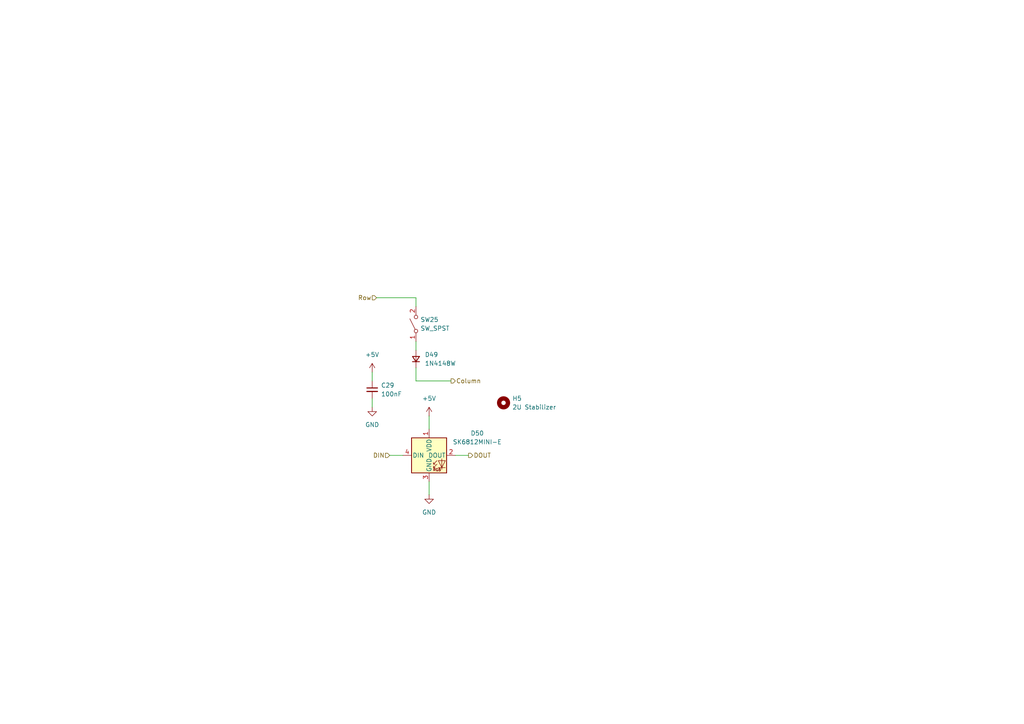
<source format=kicad_sch>
(kicad_sch (version 20250114) (generator "eeschema") (generator_version "9.0")
  (paper "A4")
  (lib_symbols
    (symbol "Device:C_Small" (pin_numbers (hide yes)) (pin_names (offset 0.254) (hide yes))
      (property "Reference" "C" (at 0.254 1.778 0))
      (property "Value" "C_Small" (at 0.254 -2.032 0))
      (symbol "C_Small_0_1"
        (polyline (pts (xy -1.524 0.508) (xy 1.524 0.508)) (stroke (width 0.3048)))
        (polyline (pts (xy -1.524 -0.508) (xy 1.524 -0.508)) (stroke (width 0.3302)))
      )
      (symbol "C_Small_1_1"
        (pin passive line (at 0 2.54 270) (length 2.032) (name "~") (number "1"))
        (pin passive line (at 0 -2.54 90) (length 2.032) (name "~") (number "2"))
      )
    )
    (symbol "Device:D_Small" (pin_numbers (hide yes)) (pin_names (offset 0.254) (hide yes))
      (property "Reference" "D" (at -1.27 2.032 0))
      (property "Value" "D_Small" (at -3.81 -2.032 0))
      (symbol "D_Small_0_1"
        (polyline (pts (xy -0.762 0) (xy 0.762 0)))
        (polyline (pts (xy -0.762 -1.016) (xy -0.762 1.016)) (stroke (width 0.254)))
        (polyline (pts (xy 0.762 -1.016) (xy -0.762 0) (xy 0.762 1.016) (xy 0.762 -1.016)) (stroke (width 0.254)))
      )
      (symbol "D_Small_1_1"
        (pin passive line (at -2.54 0 0) (length 1.778) (name "K") (number "1"))
        (pin passive line (at 2.54 0 180) (length 1.778) (name "A") (number "2"))
      )
    )
    (symbol "Mechanical:MountingHole" (pin_names (offset 1.016)) (in_bom no)
      (property "Reference" "H" (at 0 5.08 0))
      (property "Value" "MountingHole" (at 0 3.175 0))
      (symbol "MountingHole_0_1"
        (circle (center 0 0) (radius 1.27) (stroke (width 1.27)))
      )
    )
    (symbol "SW-Adafruit:SK6812MINI-E" (pin_names (offset 0.254))
      (property "Reference" "D" (at 5.08 5.715 0))
      (property "Value" "SK6812MINI-E" (at 1.27 -5.715 0))
      (symbol "SK6812MINI-E_0_0"
        (text "RGB" (at 2.286 -4.191 0) (effects (font (size 0.762 0.762))))
      )
      (symbol "SK6812MINI-E_0_1"
        (polyline (pts (xy 1.27 -2.54) (xy 1.778 -2.54)))
        (polyline (pts (xy 1.27 -3.556) (xy 1.778 -3.556)))
        (polyline (pts (xy 2.286 -1.524) (xy 1.27 -2.54) (xy 1.27 -2.032)))
        (polyline (pts (xy 2.286 -2.54) (xy 1.27 -3.556) (xy 1.27 -3.048)))
        (polyline (pts (xy 3.683 -1.016) (xy 3.683 -3.556) (xy 3.683 -4.064)))
        (polyline (pts (xy 4.699 -1.524) (xy 2.667 -1.524) (xy 3.683 -3.556) (xy 4.699 -1.524)))
        (polyline (pts (xy 4.699 -3.556) (xy 2.667 -3.556)))
        (rectangle (start 5.08 5.08) (end -5.08 -5.08) (stroke (width 0.254)) (fill (type background)))
      )
      (symbol "SK6812MINI-E_1_1"
        (pin input line (at -7.62 0 0) (length 2.54) (name "DIN") (number "4"))
        (pin power_in line (at 0 7.62 270) (length 2.54) (name "VDD") (number "1"))
        (pin power_in line (at 0 -7.62 90) (length 2.54) (name "GND") (number "3"))
        (pin output line (at 7.62 0 180) (length 2.54) (name "DOUT") (number "2"))
      )
    )
    (symbol "Switch:SW_SPST" (pin_names (offset 0) (hide yes))
      (property "Reference" "SW" (at 0 3.175 0))
      (property "Value" "SW_SPST" (at 0 -2.54 0))
      (symbol "SW_SPST_0_0"
        (circle (center -2.032 0) (radius 0.508))
        (polyline (pts (xy -1.524 0.254) (xy 1.524 1.778)))
        (circle (center 2.032 0) (radius 0.508))
      )
      (symbol "SW_SPST_1_1"
        (pin passive line (at -5.08 0 0) (length 2.54) (name "A") (number "1"))
        (pin passive line (at 5.08 0 180) (length 2.54) (name "B") (number "2"))
      )
    )
    (symbol "power:+5V" (power) (pin_numbers (hide yes)) (pin_names (offset 0) (hide yes))
      (property "Value" "+5V" (at 0 3.556 0))
      (symbol "+5V_0_1"
        (polyline (pts (xy -0.762 1.27) (xy 0 2.54)))
        (polyline (pts (xy 0 2.54) (xy 0.762 1.27)))
        (polyline (pts (xy 0 0) (xy 0 2.54)))
      )
      (symbol "+5V_1_1"
        (pin power_in line (at 0 0 90) (length 0) (name "~") (number "1"))
      )
    )
    (symbol "power:GND" (power) (pin_numbers (hide yes)) (pin_names (offset 0) (hide yes))
      (property "Value" "GND" (at 0 -3.81 0))
      (symbol "GND_0_1"
        (polyline (pts (xy 0 0) (xy 0 -1.27) (xy 1.27 -1.27) (xy 0 -2.54) (xy -1.27 -1.27) (xy 0 -1.27)))
      )
      (symbol "GND_1_1"
        (pin power_in line (at 0 0 270) (length 0) (name "~") (number "1"))
      )
    )
  )
  (wire (pts (xy 120.65 86.36) (xy 120.65 88.9)))
  (wire (pts (xy 107.95 115.57) (xy 107.95 118.11)))
  (wire (pts (xy 120.65 110.49) (xy 130.81 110.49)))
  (wire (pts (xy 120.65 99.06) (xy 120.65 101.6)))
  (wire (pts (xy 132.08 132.08) (xy 135.89 132.08)))
  (wire (pts (xy 109.22 86.36) (xy 120.65 86.36)))
  (wire (pts (xy 113.03 132.08) (xy 116.84 132.08)))
  (wire (pts (xy 107.95 107.95) (xy 107.95 110.49)))
  (wire (pts (xy 124.46 139.7) (xy 124.46 143.51)))
  (wire (pts (xy 124.46 120.65) (xy 124.46 124.46)))
  (wire (pts (xy 120.65 106.68) (xy 120.65 110.49)))
  (hierarchical_label "Column" (shape output) (at 130.81 110.49 0))
  (hierarchical_label "Row" (shape input) (at 109.22 86.36 180))
  (hierarchical_label "DIN" (shape input) (at 113.03 132.08 180))
  (hierarchical_label "DOUT" (shape output) (at 135.89 132.08 0))
  (symbol (lib_id "power:GND") (at 107.95 118.11 0) (unit 1)
    (property "Reference" "#PWR0154" (effects (hide yes)))
    (property "Value" "GND" (at 107.95 123.19 0))
    (property "Description" "Power symbol creates a global label with name \"GND\" , ground" (effects (hide yes)))
    (instances (project "row_staggered_split_keyboard_left_side" (path "" (reference "#PWR0114") (unit 1)) (path "" (reference "#PWR0114") (unit 1)) (path "" (reference "#PWR0154") (unit 1))))
  )
  (symbol (lib_id "power:+5V") (at 124.46 120.65 0) (unit 1)
    (property "Reference" "#PWR0155" (effects (hide yes)))
    (property "Value" "+5V" (at 124.46 115.57 0))
    (property "Description" "Power symbol creates a global label with name \"+5V\"" (effects (hide yes)))
    (instances (project "row_staggered_split_keyboard_left_side" (path "" (reference "#PWR0115") (unit 1)) (path "" (reference "#PWR0115") (unit 1)) (path "" (reference "#PWR0155") (unit 1))))
  )
  (symbol (lib_id "Device:D_Small") (at 120.65 104.14 90) (unit 1)
    (property "Reference" "D69" (at 123.19 102.8699 90) (effects (justify right)))
    (property "Value" "1N4148W" (at 123.19 105.4099 90) (effects (justify right)))
    (property "Footprint" "Diode_SMD:D_SOD-123" (effects (hide yes)))
    (property "Description" "Diode, small symbol" (effects (hide yes)))
    (property "Sim.Device" "D" (effects (hide yes)))
    (property "Sim.Pins" "1=K 2=A" (effects (hide yes)))
    (instances (project "row_staggered_split_keyboard_left_side" (path "" (reference "D49") (unit 1)) (path "" (reference "D49") (unit 1)) (path "" (reference "D69") (unit 1))))
  )
  (symbol (lib_id "power:GND") (at 124.46 143.51 0) (unit 1)
    (property "Reference" "#PWR0156" (effects (hide yes)))
    (property "Value" "GND" (at 124.46 148.59 0))
    (property "Description" "Power symbol creates a global label with name \"GND\" , ground" (effects (hide yes)))
    (instances (project "row_staggered_split_keyboard_left_side" (path "" (reference "#PWR0116") (unit 1)) (path "" (reference "#PWR0116") (unit 1)) (path "" (reference "#PWR0156") (unit 1))))
  )
  (symbol (lib_id "Switch:SW_SPST") (at 120.65 93.98 90) (unit 1)
    (property "Reference" "SW35" (at 121.92 92.7099 90) (effects (justify right)))
    (property "Value" "SW_SPST" (at 121.92 95.2499 90) (effects (justify right)))
    (property "Footprint" "PCM_Switch_Keyboard_Hotswap_Kailh:SW_Hotswap_Kailh_MX_2.00u" (effects (hide yes)))
    (property "Description" "Single Pole Single Throw (SPST) switch" (effects (hide yes)))
    (instances (project "row_staggered_split_keyboard_left_side" (path "" (reference "SW25") (unit 1)) (path "" (reference "SW25") (unit 1)) (path "" (reference "SW35") (unit 1))))
  )
  (symbol (lib_id "Mechanical:MountingHole") (at 146.05 116.84 0) (unit 1)
    (property "Reference" "H5" (at 148.59 115.5699 0) (effects (justify left)))
    (property "Value" "2U Stabilizer" (at 148.59 118.1099 0) (effects (justify left)))
    (property "Footprint" "PCM_Mounting_Keyboard_Stabilizer:Stabilizer_Cherry_MX_2.00u" (effects (hide yes)))
    (property "Description" "Mounting Hole without connection" (effects (hide yes)))
  )
  (symbol (lib_id "Device:C_Small") (at 107.95 113.03 0) (unit 1)
    (property "Reference" "C39" (at 110.49 111.7662 0) (effects (justify left)))
    (property "Value" "100nF" (at 110.49 114.3062 0) (effects (justify left)))
    (property "Footprint" "Capacitor_SMD:C_0805_2012Metric_Pad1.18x1.45mm_HandSolder" (effects (hide yes)))
    (property "Description" "Unpolarized capacitor, small symbol" (effects (hide yes)))
    (instances (project "row_staggered_split_keyboard_left_side" (path "" (reference "C29") (unit 1)) (path "" (reference "C29") (unit 1)) (path "" (reference "C39") (unit 1))))
  )
  (symbol (lib_id "power:+5V") (at 107.95 107.95 0) (unit 1)
    (property "Reference" "#PWR0153" (effects (hide yes)))
    (property "Value" "+5V" (at 107.95 102.87 0))
    (property "Description" "Power symbol creates a global label with name \"+5V\"" (effects (hide yes)))
    (instances (project "row_staggered_split_keyboard_left_side" (path "" (reference "#PWR0113") (unit 1)) (path "" (reference "#PWR0113") (unit 1)) (path "" (reference "#PWR0153") (unit 1))))
  )
  (symbol (lib_id "SW-Adafruit:SK6812MINI-E") (at 124.46 132.08 0) (unit 1)
    (property "Reference" "D70" (at 138.43 125.6598 0))
    (property "Value" "SK6812MINI-E" (at 138.43 128.1998 0))
    (property "Footprint" "SW-Adafruit:LED_SK6812MINI-E_REVERSE_MOUNT_3.2x2.8mm_P1.09mm" (effects (hide yes)))
    (property "Datasheet" "https://cdn-shop.adafruit.com/product-files/4960/4960_SK6812MINI-E_REV02_EN.pdf" (effects (hide yes)))
    (property "Description" "RGB LED with integrated controller" (effects (hide yes)))
    (instances (project "row_staggered_split_keyboard_left_side" (path "" (reference "D50") (unit 1)) (path "" (reference "D50") (unit 1)) (path "" (reference "D70") (unit 1))))
  )
)
</source>
